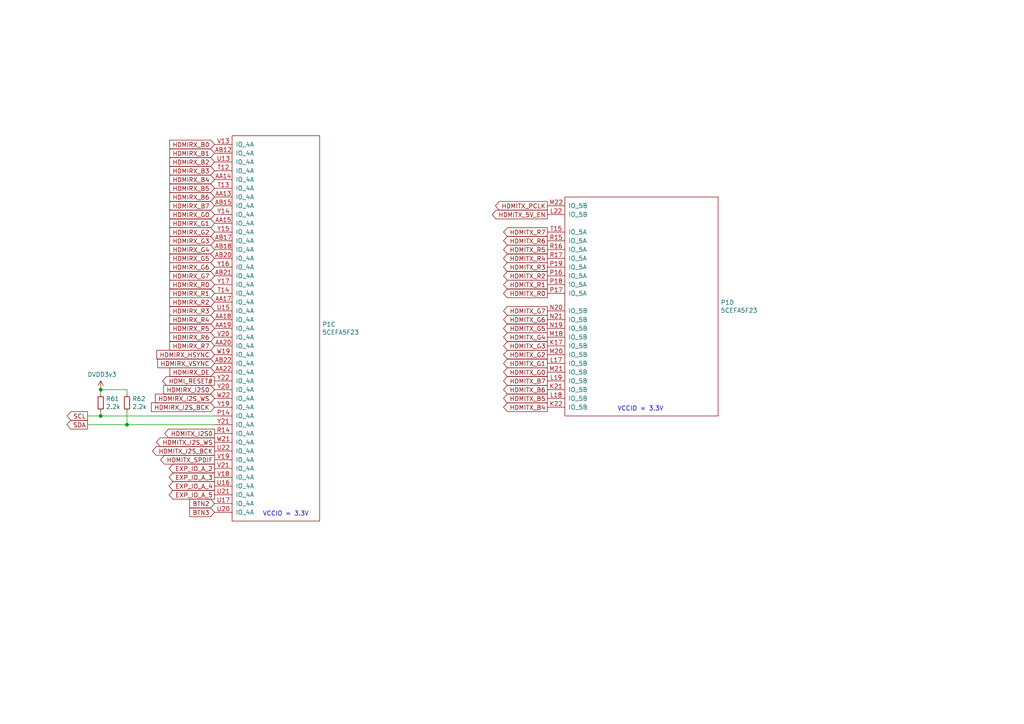
<source format=kicad_sch>
(kicad_sch (version 20250114) (generator "eeschema") (generator_version "9.0")
  (paper "A4")
  (title_block (title "OSSC Pro") (date "2024-05-26") (rev "1.6"))
  (lib_symbols
    (symbol "Device:R_Small" (pin_numbers (hide yes)) (pin_names (offset 0.254) (hide yes))
      (property "Reference" "R" (at 0.762 0.508 0))
      (property "Value" "R_Small" (at 0.762 -1.016 0))
      (symbol "R_Small_0_1"
        (rectangle (start -0.762 1.778) (end 0.762 -1.778) (stroke (width 0.2032)))
      )
      (symbol "R_Small_1_1"
        (pin passive line (at 0 2.54 270) (length 0.762) (name "~") (number "1"))
        (pin passive line (at 0 -2.54 90) (length 0.762) (name "~") (number "2"))
      )
    )
    (symbol "custom_components:5CEFA5F23" (pin_names (offset 1.016))
      (property "Reference" "P" (at 0 66.04 0))
      (property "Value" "5CEFA5F23" (at 0 0 0))
      (symbol "5CEFA5F23_1_1"
        (rectangle (start -25.4 64.77) (end 25.4 -60.96))
        (pin power_in line (at -30.48 62.23 0) (length 5.08) (name "VCC") (number "P15"))
        (pin power_in line (at -30.48 59.69 0) (length 5.08) (name "VCC") (number "P13"))
        (pin power_in line (at -30.48 57.15 0) (length 5.08) (name "VCC") (number "P11"))
        (pin power_in line (at -30.48 54.61 0) (length 5.08) (name "VCC") (number "N14"))
        (pin power_in line (at -30.48 52.07 0) (length 5.08) (name "VCC") (number "N12"))
        (pin power_in line (at -30.48 49.53 0) (length 5.08) (name "VCC") (number "N10"))
        (pin power_in line (at -30.48 46.99 0) (length 5.08) (name "VCC") (number "M15"))
        (pin power_in line (at -30.48 44.45 0) (length 5.08) (name "VCC") (number "M13"))
        (pin power_in line (at -30.48 41.91 0) (length 5.08) (name "VCC") (number "M11"))
        (pin power_in line (at -30.48 39.37 0) (length 5.08) (name "VCC") (number "L16"))
        (pin power_in line (at -30.48 36.83 0) (length 5.08) (name "VCC") (number "L14"))
        (pin power_in line (at -30.48 34.29 0) (length 5.08) (name "VCC") (number "L12"))
        (pin power_in line (at -30.48 31.75 0) (length 5.08) (name "VCC") (number "L10"))
        (pin power_in line (at -30.48 29.21 0) (length 5.08) (name "VCC") (number "K15"))
        (pin power_in line (at -30.48 26.67 0) (length 5.08) (name "VCC") (number "K13"))
        (pin power_in line (at -30.48 24.13 0) (length 5.08) (name "VCC") (number "K11"))
        (pin power_in line (at -30.48 21.59 0) (length 5.08) (name "VCC") (number "J16"))
        (pin power_in line (at -30.48 19.05 0) (length 5.08) (name "VCC") (number "J14"))
        (pin power_in line (at -30.48 16.51 0) (length 5.08) (name "VCC") (number "J12"))
        (pin power_in line (at -30.48 13.97 0) (length 5.08) (name "VCC") (number "J10"))
        (pin power_in line (at -30.48 11.43 0) (length 5.08) (name "VCC") (number "P3"))
        (pin power_in line (at -30.48 8.89 0) (length 5.08) (name "VCC") (number "K3"))
        (pin power_in line (at -30.48 6.35 0) (length 5.08) (name "VCC") (number "L4"))
        (pin power_in line (at -30.48 3.81 0) (length 5.08) (name "VCC") (number "N4"))
        (pin power_in line (at -30.48 1.27 0) (length 5.08) (name "VCC") (number "K5"))
        (pin power_in line (at -30.48 -1.27 0) (length 5.08) (name "VCC") (number "J4"))
        (pin power_in line (at -30.48 -6.35 0) (length 5.08) (name "VCCPGM") (number "V8"))
        (pin power_in line (at -30.48 -8.89 0) (length 5.08) (name "VCCPGM") (number "R19"))
        (pin power_in line (at -30.48 -11.43 0) (length 5.08) (name "VCCPGM") (number "F8"))
        (pin power_in line (at -30.48 -16.51 0) (length 5.08) (name "VCCBAT") (number "A3"))
        (pin power_in line (at -30.48 -26.67 0) (length 5.08) (name "VCCPD3A") (number "W6"))
        (pin power_in line (at -30.48 -29.21 0) (length 5.08) (name "VCCPD3B4A") (number "W17"))
        (pin power_in line (at -30.48 -31.75 0) (length 5.08) (name "VCCPD3B4A") (number "W14"))
        (pin power_in line (at -30.48 -34.29 0) (length 5.08) (name "VCCPD3B4A") (number "W12"))
        (pin power_in line (at -30.48 -36.83 0) (length 5.08) (name "VCCPD3B4A") (number "W11"))
        (pin power_in line (at -30.48 -39.37 0) (length 5.08) (name "VCCPD5A") (number "P21"))
        (pin power_in line (at -30.48 -41.91 0) (length 5.08) (name "VCCPD5B") (number "N18"))
        (pin power_in line (at -30.48 -44.45 0) (length 5.08) (name "VCCPD5B") (number "M17"))
        (pin power_in line (at -30.48 -46.99 0) (length 5.08) (name "VCCPD7A8A") (number "E11"))
        (pin power_in line (at -30.48 -49.53 0) (length 5.08) (name "VCCPD7A8A") (number "D16"))
        (pin power_in line (at -30.48 -52.07 0) (length 5.08) (name "VCCPD7A8A") (number "D14"))
        (pin power_in line (at -30.48 -54.61 0) (length 5.08) (name "VCCPD7A8A") (number "D8"))
        (pin power_in line (at -30.48 -57.15 0) (length 5.08) (name "VCCPD7A8A") (number "C10"))
        (pin power_in line (at 30.48 62.23 180) (length 5.08) (name "VCCIO8A") (number "C7"))
        (pin power_in line (at 30.48 59.69 180) (length 5.08) (name "VCCIO8A") (number "E8"))
        (pin power_in line (at 30.48 57.15 180) (length 5.08) (name "VCCIO8A") (number "G7"))
        (pin power_in line (at 30.48 54.61 180) (length 5.08) (name "VCCIO8A") (number "A6"))
        (pin power_in line (at 30.48 52.07 180) (length 5.08) (name "VCCIO7A") (number "A16"))
        (pin power_in line (at 30.48 49.53 180) (length 5.08) (name "VCCIO7A") (number "C12"))
        (pin power_in line (at 30.48 46.99 180) (length 5.08) (name "VCCIO7A") (number "C22"))
        (pin power_in line (at 30.48 44.45 180) (length 5.08) (name "VCCIO7A") (number "D15"))
        (pin power_in line (at 30.48 41.91 180) (length 5.08) (name "VCCIO7A") (number "E18"))
        (pin power_in line (at 30.48 39.37 180) (length 5.08) (name "VCCIO7A") (number "F11"))
        (pin power_in line (at 30.48 36.83 180) (length 5.08) (name "VCCIO7A") (number "F21"))
        (pin power_in line (at 30.48 34.29 180) (length 5.08) (name "VCCIO7A") (number "G14"))
        (pin power_in line (at 30.48 31.75 180) (length 5.08) (name "VCCIO7A") (number "H17"))
        (pin power_in line (at 30.48 29.21 180) (length 5.08) (name "VCCIO7A") (number "B19"))
        (pin power_in line (at 30.48 26.67 180) (length 5.08) (name "VCCIO5B") (number "K18"))
        (pin power_in line (at 30.48 24.13 180) (length 5.08) (name "VCCIO5B") (number "M19"))
        (pin power_in line (at 30.48 21.59 180) (length 5.08) (name "VCCIO5A") (number "P20"))
        (pin power_in line (at 30.48 19.05 180) (length 5.08) (name "VCCIO5A") (number "R18"))
        (pin power_in line (at 30.48 16.51 180) (length 5.08) (name "VCCIO4A") (number "U14"))
        (pin power_in line (at 30.48 13.97 180) (length 5.08) (name "VCCIO4A") (number "W15"))
        (pin power_in line (at 30.48 11.43 180) (length 5.08) (name "VCCIO4A") (number "W20"))
        (pin power_in line (at 30.48 8.89 180) (length 5.08) (name "VCCIO4A") (number "AA16"))
        (pin power_in line (at 30.48 6.35 180) (length 5.08) (name "VCCIO4A") (number "AA21"))
        (pin power_in line (at 30.48 3.81 180) (length 5.08) (name "VCCIO4A") (number "U19"))
        (pin power_in line (at 30.48 1.27 180) (length 5.08) (name "VCCIO3B") (number "R8"))
        (pin power_in line (at 30.48 -1.27 180) (length 5.08) (name "VCCIO3B") (number "T11"))
        (pin power_in line (at 30.48 -3.81 180) (length 5.08) (name "VCCIO3B") (number "W10"))
        (pin power_in line (at 30.48 -6.35 180) (length 5.08) (name "VCCIO3B") (number "Y13"))
        (pin power_in line (at 30.48 -8.89 180) (length 5.08) (name "VCCIO3A") (number "Y8"))
        (pin power_in line (at 30.48 -11.43 180) (length 5.08) (name "VCCIO3A") (number "T6"))
        (pin power_in line (at 30.48 -24.13 180) (length 5.08) (name "VCC_AUX") (number "D11"))
        (pin power_in line (at 30.48 -26.67 180) (length 5.08) (name "VCC_AUX") (number "W7"))
        (pin power_in line (at 30.48 -29.21 180) (length 5.08) (name "VCC_AUX") (number "W13"))
        (pin power_in line (at 30.48 -31.75 180) (length 5.08) (name "VCC_AUX") (number "W18"))
        (pin power_in line (at 30.48 -34.29 180) (length 5.08) (name "VCC_AUX") (number "D18"))
        (pin power_in line (at 30.48 -36.83 180) (length 5.08) (name "VCC_AUX") (number "E6"))
        (pin power_in line (at 30.48 -41.91 180) (length 5.08) (name "VCCA_FPLL") (number "T3"))
        (pin power_in line (at 30.48 -44.45 180) (length 5.08) (name "VCCA_FPLL") (number "M3"))
        (pin power_in line (at 30.48 -46.99 180) (length 5.08) (name "VCCA_FPLL") (number "H19"))
        (pin power_in line (at 30.48 -49.53 180) (length 5.08) (name "VCCA_FPLL") (number "U18"))
        (pin power_in line (at 30.48 -52.07 180) (length 5.08) (name "VCCA_FPLL") (number "F4"))
        (pin power_in line (at 30.48 -54.61 180) (length 5.08) (name "VCCA_FPLL") (number "T5"))
      )
      (symbol "5CEFA5F23_2_1"
        (rectangle (start -15.24 44.45) (end 13.97 -41.91))
        (pin tri_state line (at -20.32 41.91 0) (length 5.08) (name "IO_3B/CLK0N") (number "M8"))
        (pin tri_state line (at -20.32 39.37 0) (length 5.08) (name "IO_3B/CLK0P") (number "M9"))
        (pin tri_state line (at -20.32 36.83 0) (length 5.08) (name "IO_3B") (number "AB10"))
        (pin tri_state line (at -20.32 34.29 0) (length 5.08) (name "IO_3B") (number "AB11"))
        (pin tri_state line (at -20.32 29.21 0) (length 5.08) (name "IO_3A") (number "P7"))
        (pin tri_state line (at -20.32 24.13 0) (length 5.08) (name "IO_3B") (number "AB6"))
        (pin tri_state line (at -20.32 21.59 0) (length 5.08) (name "IO_3B") (number "V9"))
        (pin tri_state line (at -20.32 19.05 0) (length 5.08) (name "IO_3B") (number "AB5"))
        (pin tri_state line (at -20.32 16.51 0) (length 5.08) (name "IO_3B") (number "V10"))
        (pin tri_state line (at -20.32 13.97 0) (length 5.08) (name "IO_3B") (number "P8"))
        (pin tri_state line (at -20.32 11.43 0) (length 5.08) (name "IO_3B") (number "AA7"))
        (pin tri_state line (at -20.32 8.89 0) (length 5.08) (name "IO_3B") (number "N8"))
        (pin tri_state line (at -20.32 6.35 0) (length 5.08) (name "IO_3B") (number "AB7"))
        (pin tri_state line (at -20.32 3.81 0) (length 5.08) (name "IO_3B") (number "AA8"))
        (pin tri_state line (at -20.32 1.27 0) (length 5.08) (name "IO_3B") (number "T9"))
        (pin tri_state line (at -20.32 -1.27 0) (length 5.08) (name "IO_3B") (number "AB8"))
        (pin tri_state line (at -20.32 -3.81 0) (length 5.08) (name "IO_3B") (number "U10"))
        (pin tri_state line (at -20.32 -6.35 0) (length 5.08) (name "IO_3B") (number "AA10"))
        (pin tri_state line (at -20.32 -8.89 0) (length 5.08) (name "IO_3B") (number "AA9"))
        (pin tri_state line (at -20.32 -11.43 0) (length 5.08) (name "IO_3B") (number "Y10"))
        (pin tri_state line (at -20.32 -13.97 0) (length 5.08) (name "IO_3B") (number "T10"))
        (pin tri_state line (at -20.32 -16.51 0) (length 5.08) (name "IO_3B") (number "Y9"))
        (pin tri_state line (at -20.32 -19.05 0) (length 5.08) (name "IO_3B") (number "R9"))
        (pin tri_state line (at -20.32 -21.59 0) (length 5.08) (name "IO_3B") (number "U11"))
        (pin tri_state line (at -20.32 -24.13 0) (length 5.08) (name "IO_3B") (number "R12"))
        (pin tri_state line (at -20.32 -26.67 0) (length 5.08) (name "IO_3B") (number "U12"))
        (pin tri_state line (at -20.32 -29.21 0) (length 5.08) (name "IO_3B") (number "P12"))
        (pin tri_state line (at -20.32 -31.75 0) (length 5.08) (name "IO_3B") (number "R10"))
        (pin tri_state line (at -20.32 -34.29 0) (length 5.08) (name "IO_3B") (number "R11"))
        (pin tri_state line (at -20.32 -36.83 0) (length 5.08) (name "IO_3B") (number "Y11"))
        (pin tri_state line (at -20.32 -39.37 0) (length 5.08) (name "IO_3B") (number "AA12"))
      )
      (symbol "5CEFA5F23_3_1"
        (rectangle (start -13.97 57.15) (end 11.43 -54.61))
        (pin tri_state line (at -19.05 54.61 0) (length 5.08) (name "IO_4A") (number "V13"))
        (pin tri_state line (at -19.05 52.07 0) (length 5.08) (name "IO_4A") (number "AB12"))
        (pin tri_state line (at -19.05 49.53 0) (length 5.08) (name "IO_4A") (number "U13"))
        (pin tri_state line (at -19.05 46.99 0) (length 5.08) (name "IO_4A") (number "T12"))
        (pin tri_state line (at -19.05 44.45 0) (length 5.08) (name "IO_4A") (number "AA14"))
        (pin tri_state line (at -19.05 41.91 0) (length 5.08) (name "IO_4A") (number "T13"))
        (pin tri_state line (at -19.05 39.37 0) (length 5.08) (name "IO_4A") (number "AA13"))
        (pin tri_state line (at -19.05 36.83 0) (length 5.08) (name "IO_4A") (number "AB15"))
        (pin tri_state line (at -19.05 34.29 0) (length 5.08) (name "IO_4A") (number "Y14"))
        (pin tri_state line (at -19.05 31.75 0) (length 5.08) (name "IO_4A") (number "AA15"))
        (pin tri_state line (at -19.05 29.21 0) (length 5.08) (name "IO_4A") (number "Y15"))
        (pin tri_state line (at -19.05 26.67 0) (length 5.08) (name "IO_4A") (number "AB17"))
        (pin tri_state line (at -19.05 24.13 0) (length 5.08) (name "IO_4A") (number "AB18"))
        (pin tri_state line (at -19.05 21.59 0) (length 5.08) (name "IO_4A") (number "AB20"))
        (pin tri_state line (at -19.05 19.05 0) (length 5.08) (name "IO_4A") (number "Y16"))
        (pin tri_state line (at -19.05 16.51 0) (length 5.08) (name "IO_4A") (number "AB21"))
        (pin tri_state line (at -19.05 13.97 0) (length 5.08) (name "IO_4A") (number "Y17"))
        (pin tri_state line (at -19.05 11.43 0) (length 5.08) (name "IO_4A") (number "T14"))
        (pin tri_state line (at -19.05 8.89 0) (length 5.08) (name "IO_4A") (number "AA17"))
        (pin tri_state line (at -19.05 6.35 0) (length 5.08) (name "IO_4A") (number "U15"))
        (pin tri_state line (at -19.05 3.81 0) (length 5.08) (name "IO_4A") (number "AA18"))
        (pin tri_state line (at -19.05 1.27 0) (length 5.08) (name "IO_4A") (number "AA19"))
        (pin tri_state line (at -19.05 -1.27 0) (length 5.08) (name "IO_4A") (number "V20"))
        (pin tri_state line (at -19.05 -3.81 0) (length 5.08) (name "IO_4A") (number "AA20"))
        (pin tri_state line (at -19.05 -6.35 0) (length 5.08) (name "IO_4A") (number "W19"))
        (pin tri_state line (at -19.05 -8.89 0) (length 5.08) (name "IO_4A") (number "AB22"))
        (pin tri_state line (at -19.05 -11.43 0) (length 5.08) (name "IO_4A") (number "AA22"))
        (pin tri_state line (at -19.05 -13.97 0) (length 5.08) (name "IO_4A") (number "Y22"))
        (pin tri_state line (at -19.05 -16.51 0) (length 5.08) (name "IO_4A") (number "Y20"))
        (pin tri_state line (at -19.05 -19.05 0) (length 5.08) (name "IO_4A") (number "W22"))
        (pin tri_state line (at -19.05 -21.59 0) (length 5.08) (name "IO_4A") (number "Y19"))
        (pin tri_state line (at -19.05 -24.13 0) (length 5.08) (name "IO_4A") (number "P14"))
        (pin tri_state line (at -19.05 -26.67 0) (length 5.08) (name "IO_4A") (number "Y21"))
        (pin tri_state line (at -19.05 -29.21 0) (length 5.08) (name "IO_4A") (number "R14"))
        (pin tri_state line (at -19.05 -31.75 0) (length 5.08) (name "IO_4A") (number "W21"))
        (pin tri_state line (at -19.05 -34.29 0) (length 5.08) (name "IO_4A") (number "U22"))
        (pin tri_state line (at -19.05 -36.83 0) (length 5.08) (name "IO_4A") (number "V19"))
        (pin tri_state line (at -19.05 -39.37 0) (length 5.08) (name "IO_4A") (number "V21"))
        (pin tri_state line (at -19.05 -41.91 0) (length 5.08) (name "IO_4A") (number "V18"))
        (pin tri_state line (at -19.05 -44.45 0) (length 5.08) (name "IO_4A") (number "U16"))
        (pin tri_state line (at -19.05 -46.99 0) (length 5.08) (name "IO_4A") (number "U21"))
        (pin tri_state line (at -19.05 -49.53 0) (length 5.08) (name "IO_4A") (number "U17"))
        (pin tri_state line (at -19.05 -52.07 0) (length 5.08) (name "IO_4A") (number "U20"))
      )
      (symbol "5CEFA5F23_4_1"
        (rectangle (start -21.59 30.48) (end 22.86 -33.02))
        (pin tri_state line (at -26.67 27.94 0) (length 5.08) (name "IO_5B") (number "M22"))
        (pin tri_state line (at -26.67 25.4 0) (length 5.08) (name "IO_5B") (number "L22"))
        (pin tri_state line (at -26.67 20.32 0) (length 5.08) (name "IO_5A") (number "T15"))
        (pin tri_state line (at -26.67 17.78 0) (length 5.08) (name "IO_5A") (number "R15"))
        (pin tri_state line (at -26.67 15.24 0) (length 5.08) (name "IO_5A") (number "R16"))
        (pin tri_state line (at -26.67 12.7 0) (length 5.08) (name "IO_5A") (number "R17"))
        (pin tri_state line (at -26.67 10.16 0) (length 5.08) (name "IO_5A") (number "P19"))
        (pin tri_state line (at -26.67 7.62 0) (length 5.08) (name "IO_5A") (number "P16"))
        (pin tri_state line (at -26.67 5.08 0) (length 5.08) (name "IO_5A") (number "P18"))
        (pin tri_state line (at -26.67 2.54 0) (length 5.08) (name "IO_5A") (number "P17"))
        (pin tri_state line (at -26.67 -2.54 0) (length 5.08) (name "IO_5B") (number "N20"))
        (pin tri_state line (at -26.67 -5.08 0) (length 5.08) (name "IO_5B") (number "N21"))
        (pin tri_state line (at -26.67 -7.62 0) (length 5.08) (name "IO_5B") (number "N19"))
        (pin tri_state line (at -26.67 -10.16 0) (length 5.08) (name "IO_5B") (number "M18"))
        (pin tri_state line (at -26.67 -12.7 0) (length 5.08) (name "IO_5B") (number "K17"))
        (pin tri_state line (at -26.67 -15.24 0) (length 5.08) (name "IO_5B") (number "M20"))
        (pin tri_state line (at -26.67 -17.78 0) (length 5.08) (name "IO_5B") (number "L17"))
        (pin tri_state line (at -26.67 -20.32 0) (length 5.08) (name "IO_5B") (number "M21"))
        (pin tri_state line (at -26.67 -22.86 0) (length 5.08) (name "IO_5B") (number "L19"))
        (pin tri_state line (at -26.67 -25.4 0) (length 5.08) (name "IO_5B") (number "K21"))
        (pin tri_state line (at -26.67 -27.94 0) (length 5.08) (name "IO_5B") (number "L18"))
        (pin tri_state line (at -26.67 -30.48 0) (length 5.08) (name "IO_5B") (number "K22"))
      )
      (symbol "5CEFA5F23_5_1"
        (rectangle (start -24.13 48.26) (end 22.86 -50.8))
        (pin tri_state line (at -29.21 45.72 0) (length 5.08) (name "IO_7A") (number "H21"))
        (pin tri_state line (at -29.21 43.18 0) (length 5.08) (name "IO_7A") (number "E21"))
        (pin tri_state line (at -29.21 40.64 0) (length 5.08) (name "IO_7A") (number "G21"))
        (pin tri_state line (at -29.21 38.1 0) (length 5.08) (name "IO_7A") (number "D21"))
        (pin tri_state line (at -29.21 35.56 0) (length 5.08) (name "IO_7A") (number "E19"))
        (pin tri_state line (at -29.21 33.02 0) (length 5.08) (name "IO_7A") (number "C20"))
        (pin tri_state line (at -29.21 30.48 0) (length 5.08) (name "IO_7A") (number "D19"))
        (pin tri_state line (at -29.21 27.94 0) (length 5.08) (name "IO_7A") (number "B20"))
        (pin tri_state line (at -29.21 25.4 0) (length 5.08) (name "IO_7A") (number "J21"))
        (pin tri_state line (at -29.21 22.86 0) (length 5.08) (name "IO_7A") (number "B18"))
        (pin tri_state line (at -29.21 20.32 0) (length 5.08) (name "IO_7A") (number "J22"))
        (pin tri_state line (at -29.21 17.78 0) (length 5.08) (name "IO_7A") (number "B17"))
        (pin tri_state line (at -29.21 15.24 0) (length 5.08) (name "IO_7A") (number "C21"))
        (pin tri_state line (at -29.21 12.7 0) (length 5.08) (name "IO_7A") (number "G22"))
        (pin tri_state line (at -29.21 10.16 0) (length 5.08) (name "IO_7A") (number "B21"))
        (pin tri_state line (at -29.21 7.62 0) (length 5.08) (name "IO_7A") (number "F22"))
        (pin tri_state line (at -29.21 5.08 0) (length 5.08) (name "IO_7A") (number "G20"))
        (pin tri_state line (at -29.21 2.54 0) (length 5.08) (name "IO_7A") (number "E22"))
        (pin tri_state line (at -29.21 0 0) (length 5.08) (name "IO_7A") (number "H20"))
        (pin tri_state line (at -29.21 -2.54 0) (length 5.08) (name "IO_7A") (number "D22"))
        (pin tri_state line (at -29.21 -5.08 0) (length 5.08) (name "IO_7A") (number "C19"))
        (pin tri_state line (at -29.21 -7.62 0) (length 5.08) (name "IO_7A") (number "B22"))
        (pin tri_state line (at -29.21 -10.16 0) (length 5.08) (name "IO_7A") (number "C18"))
        (pin tri_state line (at -29.21 -12.7 0) (length 5.08) (name "IO_7A") (number "A22"))
        (pin tri_state line (at -29.21 -15.24 0) (length 5.08) (name "IO_7A") (number "F19"))
        (pin tri_state line (at -29.21 -17.78 0) (length 5.08) (name "IO_7A") (number "E20"))
        (pin tri_state line (at -29.21 -20.32 0) (length 5.08) (name "IO_7A") (number "F18"))
        (pin tri_state line (at -29.21 -22.86 0) (length 5.08) (name "IO_7A") (number "F20"))
        (pin tri_state line (at -29.21 -25.4 0) (length 5.08) (name "IO_7A") (number "A18"))
        (pin tri_state line (at -29.21 -27.94 0) (length 5.08) (name "IO_7A") (number "A20"))
        (pin tri_state line (at -29.21 -30.48 0) (length 5.08) (name "IO_7A") (number "A17"))
        (pin tri_state line (at -29.21 -33.02 0) (length 5.08) (name "IO_7A") (number "A19"))
        (pin tri_state line (at -29.21 -35.56 0) (length 5.08) (name "IO_7A") (number "K20"))
        (pin tri_state line (at -29.21 -38.1 0) (length 5.08) (name "IO_7A") (number "B16"))
        (pin tri_state line (at -29.21 -40.64 0) (length 5.08) (name "IO_7A") (number "K19"))
        (pin tri_state line (at -29.21 -43.18 0) (length 5.08) (name "IO_7A") (number "C16"))
        (pin tri_state line (at -29.21 -45.72 0) (length 5.08) (name "IO_7A") (number "D17"))
        (pin tri_state line (at -29.21 -48.26 0) (length 5.08) (name "IO_7A") (number "G17"))
        (pin tri_state line (at 27.94 45.72 180) (length 5.08) (name "IO_7A") (number "E12"))
        (pin tri_state line (at 27.94 43.18 180) (length 5.08) (name "IO_7A") (number "C11"))
        (pin tri_state line (at 27.94 40.64 180) (length 5.08) (name "IO_7A") (number "D12"))
        (pin tri_state line (at 27.94 38.1 180) (length 5.08) (name "IO_7A") (number "K9"))
        (pin tri_state line (at 27.94 35.56 180) (length 5.08) (name "IO_7A") (number "G12"))
        (pin tri_state line (at 27.94 33.02 180) (length 5.08) (name "IO_7A") (number "L8"))
        (pin tri_state line (at 27.94 30.48 180) (length 5.08) (name "IO_7A") (number "H11"))
        (pin tri_state line (at 27.94 27.94 180) (length 5.08) (name "IO_7A") (number "A12"))
        (pin tri_state line (at 27.94 25.4 180) (length 5.08) (name "IO_7A") (number "C13"))
        (pin tri_state line (at 27.94 22.86 180) (length 5.08) (name "IO_7A") (number "B12"))
        (pin tri_state line (at 27.94 20.32 180) (length 5.08) (name "IO_7A") (number "D13"))
        (pin tri_state line (at 27.94 17.78 180) (length 5.08) (name "IO_7A") (number "F12"))
        (pin tri_state line (at 27.94 15.24 180) (length 5.08) (name "IO_7A") (number "G11"))
        (pin tri_state line (at 27.94 12.7 180) (length 5.08) (name "IO_7A") (number "H10"))
        (pin tri_state line (at 27.94 10.16 180) (length 5.08) (name "IO_7A") (number "F13"))
        (pin tri_state line (at 27.94 7.62 180) (length 5.08) (name "IO_7A") (number "J11"))
        (pin tri_state line (at 27.94 5.08 180) (length 5.08) (name "IO_7A") (number "E14"))
        (pin tri_state line (at 27.94 2.54 180) (length 5.08) (name "IO_7A") (number "A13"))
        (pin tri_state line (at 27.94 0 180) (length 5.08) (name "IO_7A") (number "J13"))
        (pin tri_state line (at 27.94 -2.54 180) (length 5.08) (name "IO_7A") (number "B13"))
        (pin tri_state line (at 27.94 -5.08 180) (length 5.08) (name "IO_7A") (number "H14"))
        (pin tri_state line (at 27.94 -7.62 180) (length 5.08) (name "IO_7A") (number "F14"))
        (pin tri_state line (at 27.94 -10.16 180) (length 5.08) (name "IO_7A") (number "B15"))
        (pin tri_state line (at 27.94 -12.7 180) (length 5.08) (name "IO_7A") (number "G15"))
        (pin tri_state line (at 27.94 -15.24 180) (length 5.08) (name "IO_7A") (number "C15"))
        (pin tri_state line (at 27.94 -17.78 180) (length 5.08) (name "IO_7A") (number "K16"))
        (pin tri_state line (at 27.94 -20.32 180) (length 5.08) (name "IO_7A") (number "J17"))
        (pin tri_state line (at 27.94 -22.86 180) (length 5.08) (name "IO_7A") (number "A14"))
        (pin tri_state line (at 27.94 -25.4 180) (length 5.08) (name "IO_7A") (number "F15"))
        (pin tri_state line (at 27.94 -27.94 180) (length 5.08) (name "IO_7A") (number "A15"))
        (pin tri_state line (at 27.94 -30.48 180) (length 5.08) (name "IO_7A") (number "E15"))
        (pin tri_state line (at 27.94 -33.02 180) (length 5.08) (name "IO_7A") (number "J18"))
        (pin tri_state line (at 27.94 -35.56 180) (length 5.08) (name "IO_7A") (number "H18"))
        (pin tri_state line (at 27.94 -38.1 180) (length 5.08) (name "IO_7A") (number "J19"))
        (pin tri_state line (at 27.94 -40.64 180) (length 5.08) (name "IO_7A") (number "G18"))
        (pin tri_state line (at 27.94 -43.18 180) (length 5.08) (name "IO_7A") (number "G16"))
        (pin tri_state line (at 27.94 -45.72 180) (length 5.08) (name "IO_7A") (number "E16"))
      )
      (symbol "5CEFA5F23_6_1"
        (rectangle (start -20.32 24.13) (end 20.32 -24.13))
        (pin tri_state line (at -25.4 21.59 0) (length 5.08) (name "IO_8A") (number "H8"))
        (pin tri_state line (at -25.4 19.05 0) (length 5.08) (name "IO_8A") (number "G8"))
        (pin tri_state line (at -25.4 16.51 0) (length 5.08) (name "IO_8A/CLK8P") (number "E10"))
        (pin tri_state line (at -25.4 13.97 0) (length 5.08) (name "IO_8A/CLK8N") (number "F9"))
        (pin tri_state line (at -25.4 8.89 0) (length 5.08) (name "IO_8A") (number "L7"))
        (pin tri_state line (at -25.4 6.35 0) (length 5.08) (name "IO_8A") (number "K7"))
        (pin tri_state line (at -25.4 3.81 0) (length 5.08) (name "IO_8A") (number "J7"))
        (pin tri_state line (at -25.4 1.27 0) (length 5.08) (name "IO_8A") (number "J8"))
        (pin tri_state line (at -25.4 -1.27 0) (length 5.08) (name "IO_8A") (number "J9"))
        (pin tri_state line (at -25.4 -3.81 0) (length 5.08) (name "IO_8A") (number "A10"))
        (pin tri_state line (at -25.4 -6.35 0) (length 5.08) (name "IO_8A") (number "H9"))
        (pin tri_state line (at -25.4 -8.89 0) (length 5.08) (name "IO_8A") (number "A9"))
        (pin tri_state line (at -25.4 -11.43 0) (length 5.08) (name "IO_8A") (number "B10"))
        (pin tri_state line (at -25.4 -13.97 0) (length 5.08) (name "IO_8A") (number "A5"))
        (pin tri_state line (at -25.4 -16.51 0) (length 5.08) (name "IO_8A") (number "C9"))
        (pin tri_state line (at -25.4 -19.05 0) (length 5.08) (name "IO_8A") (number "B5"))
        (pin tri_state line (at -25.4 -21.59 0) (length 5.08) (name "IO_8A") (number "B6"))
        (pin tri_state line (at 25.4 8.89 180) (length 5.08) (name "IO_8A") (number "E7"))
        (pin tri_state line (at 25.4 6.35 180) (length 5.08) (name "IO_8A") (number "H6"))
        (pin tri_state line (at 25.4 3.81 180) (length 5.08) (name "IO_8A") (number "F7"))
        (pin tri_state line (at 25.4 1.27 180) (length 5.08) (name "IO_8A") (number "G6"))
        (pin tri_state line (at 25.4 -1.27 180) (length 5.08) (name "IO_8A") (number "C8"))
        (pin tri_state line (at 25.4 -3.81 180) (length 5.08) (name "IO_8A") (number "D9"))
        (pin tri_state line (at 25.4 -6.35 180) (length 5.08) (name "IO_8A") (number "D7"))
        (pin tri_state line (at 25.4 -8.89 180) (length 5.08) (name "IO_8A") (number "E9"))
        (pin tri_state line (at 25.4 -11.43 180) (length 5.08) (name "IO_8A") (number "D6"))
        (pin tri_state line (at 25.4 -13.97 180) (length 5.08) (name "IO_8A") (number "A7"))
        (pin tri_state line (at 25.4 -16.51 180) (length 5.08) (name "IO_8A") (number "C6"))
        (pin tri_state line (at 25.4 -19.05 180) (length 5.08) (name "IO_8A") (number "A8"))
        (pin tri_state line (at 25.4 -21.59 180) (length 5.08) (name "IO_8A") (number "B7"))
      )
      (symbol "5CEFA5F23_7_1"
        (rectangle (start -13.97 33.02) (end 13.97 -35.56))
        (pin tri_state line (at -19.05 30.48 0) (length 5.08) (name "CLK1N") (number "P9"))
        (pin tri_state line (at -19.05 27.94 0) (length 5.08) (name "CLK1P") (number "N9"))
        (pin tri_state line (at -19.05 25.4 0) (length 5.08) (name "CLK2N") (number "V14"))
        (pin tri_state line (at -19.05 22.86 0) (length 5.08) (name "CLK2P") (number "V15"))
        (pin tri_state line (at -19.05 20.32 0) (length 5.08) (name "CLK3N") (number "V16"))
        (pin tri_state line (at -19.05 17.78 0) (length 5.08) (name "CLK3P") (number "W16"))
        (pin tri_state line (at -19.05 15.24 0) (length 5.08) (name "CLK6P") (number "N16"))
        (pin tri_state line (at -19.05 12.7 0) (length 5.08) (name "CLK6N") (number "M16"))
        (pin tri_state line (at -19.05 10.16 0) (length 5.08) (name "CLK11P") (number "H16"))
        (pin tri_state line (at -19.05 7.62 0) (length 5.08) (name "CLK11N") (number "H15"))
        (pin tri_state line (at -19.05 5.08 0) (length 5.08) (name "CLK10P") (number "H13"))
        (pin tri_state line (at -19.05 2.54 0) (length 5.08) (name "CLK10N") (number "G13"))
        (pin tri_state line (at -19.05 0 0) (length 5.08) (name "CLK9P") (number "G10"))
        (pin tri_state line (at -19.05 -2.54 0) (length 5.08) (name "CLK9N") (number "F10"))
        (pin tri_state line (at -19.05 -7.62 0) (length 5.08) (name "RZQ0") (number "AB13"))
        (pin tri_state line (at -19.05 -10.16 0) (length 5.08) (name "RZQ1") (number "T19"))
        (pin tri_state line (at -19.05 -12.7 0) (length 5.08) (name "RZQ2") (number "B11"))
        (pin power_in line (at -19.05 -17.78 0) (length 5.08) (name "VREFB3AN0") (number "Y7"))
        (pin power_in line (at -19.05 -20.32 0) (length 5.08) (name "VREFB3BN0") (number "Y12"))
        (pin power_in line (at -19.05 -22.86 0) (length 5.08) (name "VREFB4AN0") (number "AB16"))
        (pin power_in line (at -19.05 -25.4 0) (length 5.08) (name "VREFB5AN0") (number "R20"))
        (pin power_in line (at -19.05 -27.94 0) (length 5.08) (name "VREFB5BN0") (number "L20"))
        (pin power_in line (at -19.05 -30.48 0) (length 5.08) (name "VREFB7AN0") (number "C14"))
        (pin power_in line (at -19.05 -33.02 0) (length 5.08) (name "VREFB8AN0") (number "B8"))
      )
      (symbol "5CEFA5F23_8_1"
        (rectangle (start -15.24 58.42) (end 16.51 -58.42))
        (pin output line (at -20.32 55.88 0) (length 5.08) (name "NCSO") (number "R4"))
        (pin tri_state line (at -20.32 53.34 0) (length 5.08) (name "AS_DATA3") (number "T4"))
        (pin tri_state line (at -20.32 50.8 0) (length 5.08) (name "AS_DATA2") (number "AA5"))
        (pin tri_state line (at -20.32 48.26 0) (length 5.08) (name "AS_DATA1") (number "AB3"))
        (pin tri_state line (at -20.32 45.72 0) (length 5.08) (name "AS_DATA0") (number "AB4"))
        (pin tri_state line (at -20.32 40.64 0) (length 5.08) (name "IO_3A") (number "R6"))
        (pin tri_state line (at -20.32 38.1 0) (length 5.08) (name "IO_3A") (number "U7"))
        (pin tri_state line (at -20.32 35.56 0) (length 5.08) (name "IO_3A") (number "R5"))
        (pin tri_state line (at -20.32 33.02 0) (length 5.08) (name "IO_3A") (number "U8"))
        (pin tri_state line (at -20.32 30.48 0) (length 5.08) (name "IO_3A") (number "P6"))
        (pin tri_state line (at -20.32 27.94 0) (length 5.08) (name "IO_3A") (number "W8"))
        (pin tri_state line (at -20.32 25.4 0) (length 5.08) (name "IO_3A") (number "N6"))
        (pin tri_state line (at -20.32 22.86 0) (length 5.08) (name "IO_3A") (number "W9"))
        (pin tri_state line (at -20.32 20.32 0) (length 5.08) (name "IO_3A") (number "T7"))
        (pin tri_state line (at -20.32 17.78 0) (length 5.08) (name "IO_3A") (number "U6"))
        (pin tri_state line (at -20.32 15.24 0) (length 5.08) (name "IO_3A") (number "V6"))
        (pin tri_state line (at -20.32 10.16 0) (length 5.08) (name "IO_3A") (number "T8"))
        (pin tri_state line (at -20.32 7.62 0) (length 5.08) (name "IO_3A") (number "M6"))
        (pin tri_state line (at -20.32 5.08 0) (length 5.08) (name "IO_3A") (number "R7"))
        (pin tri_state line (at -20.32 2.54 0) (length 5.08) (name "IO_3A") (number "M7"))
        (pin tri_state line (at -20.32 0 0) (length 5.08) (name "IO_5A") (number "T18"))
        (pin tri_state line (at -20.32 -2.54 0) (length 5.08) (name "IO_5A") (number "T20"))
        (pin tri_state line (at -20.32 -5.08 0) (length 5.08) (name "IO_5A") (number "T17"))
        (pin tri_state line (at -20.32 -7.62 0) (length 5.08) (name "IO_5A") (number "T22"))
        (pin tri_state line (at -20.32 -10.16 0) (length 5.08) (name "IO_5A") (number "R22"))
        (pin tri_state line (at -20.32 -12.7 0) (length 5.08) (name "IO_5A") (number "R21"))
        (pin tri_state line (at -20.32 -15.24 0) (length 5.08) (name "IO_5A") (number "P22"))
        (pin output line (at -20.32 -20.32 0) (length 5.08) (name "TDO") (number "M5"))
        (pin input line (at -20.32 -22.86 0) (length 5.08) (name "TMS") (number "P5"))
        (pin input line (at -20.32 -25.4 0) (length 5.08) (name "TCK") (number "V5"))
        (pin input line (at -20.32 -27.94 0) (length 5.08) (name "TDI") (number "W5"))
        (pin output line (at -20.32 -30.48 0) (length 5.08) (name "DCLK") (number "V3"))
        (pin tri_state line (at -20.32 -33.02 0) (length 5.08) (name "CONF_DONE") (number "K6"))
        (pin tri_state line (at -20.32 -35.56 0) (length 5.08) (name "NSTATUS") (number "H5"))
        (pin input line (at -20.32 -38.1 0) (length 5.08) (name "NCE") (number "G5"))
        (pin input line (at -20.32 -40.64 0) (length 5.08) (name "NCONFIG") (number "A4"))
        (pin input line (at -20.32 -45.72 0) (length 5.08) (name "MSEL0") (number "L6"))
        (pin input line (at -20.32 -48.26 0) (length 5.08) (name "MSEL1") (number "J6"))
        (pin input line (at -20.32 -50.8 0) (length 5.08) (name "MSEL2") (number "A2"))
        (pin input line (at -20.32 -53.34 0) (length 5.08) (name "MSEL3") (number "E5"))
        (pin input line (at -20.32 -55.88 0) (length 5.08) (name "MSEL4") (number "F3"))
      )
      (symbol "5CEFA5F23_9_1"
        (rectangle (start -17.78 43.18) (end 17.78 -43.18))
        (pin no_connect line (at -22.86 40.64 0) (length 5.08) (name "NC") (number "AA1"))
        (pin no_connect line (at -22.86 38.1 0) (length 5.08) (name "NC") (number "AA2"))
        (pin no_connect line (at -22.86 35.56 0) (length 5.08) (name "NC") (number "C1"))
        (pin no_connect line (at -22.86 33.02 0) (length 5.08) (name "NC") (number "C2"))
        (pin no_connect line (at -22.86 30.48 0) (length 5.08) (name "NC") (number "D3"))
        (pin no_connect line (at -22.86 27.94 0) (length 5.08) (name "NC") (number "D4"))
        (pin no_connect line (at -22.86 25.4 0) (length 5.08) (name "NC") (number "E1"))
        (pin no_connect line (at -22.86 22.86 0) (length 5.08) (name "NC") (number "E2"))
        (pin no_connect line (at -22.86 20.32 0) (length 5.08) (name "NC") (number "G1"))
        (pin no_connect line (at -22.86 17.78 0) (length 5.08) (name "NC") (number "G2"))
        (pin no_connect line (at -22.86 15.24 0) (length 5.08) (name "NC") (number "J1"))
        (pin no_connect line (at -22.86 12.7 0) (length 5.08) (name "NC") (number "J2"))
        (pin no_connect line (at -22.86 10.16 0) (length 5.08) (name "NC") (number "L1"))
        (pin no_connect line (at -22.86 7.62 0) (length 5.08) (name "NC") (number "L2"))
        (pin no_connect line (at -22.86 5.08 0) (length 5.08) (name "NC") (number "N1"))
        (pin no_connect line (at -22.86 2.54 0) (length 5.08) (name "NC") (number "N2"))
        (pin no_connect line (at -22.86 0 0) (length 5.08) (name "NC") (number "R1"))
        (pin no_connect line (at -22.86 -2.54 0) (length 5.08) (name "NC") (number "R2"))
        (pin no_connect line (at -22.86 -5.08 0) (length 5.08) (name "NC") (number "U1"))
        (pin no_connect line (at -22.86 -7.62 0) (length 5.08) (name "NC") (number "U2"))
        (pin no_connect line (at -22.86 -10.16 0) (length 5.08) (name "NC") (number "V11"))
        (pin no_connect line (at -22.86 -12.7 0) (length 5.08) (name "NC") (number "W1"))
        (pin no_connect line (at -22.86 -15.24 0) (length 5.08) (name "NC") (number "W2"))
        (pin no_connect line (at -22.86 -17.78 0) (length 5.08) (name "NC") (number "Y3"))
        (pin no_connect line (at -22.86 -20.32 0) (length 5.08) (name "NC") (number "Y4"))
        (pin no_connect line (at -22.86 -22.86 0) (length 5.08) (name "NC") (number "Y6"))
        (pin no_connect line (at -22.86 -27.94 0) (length 5.08) (name "DNU") (number "B3"))
        (pin no_connect line (at -22.86 -30.48 0) (length 5.08) (name "DNU") (number "B4"))
        (pin no_connect line (at -22.86 -33.02 0) (length 5.08) (name "DNU") (number "E17"))
        (pin no_connect line (at -22.86 -35.56 0) (length 5.08) (name "DNU") (number "L9"))
        (pin input line (at -22.86 -40.64 0) (length 5.08) (name "RREF_TL") (number "A1"))
      )
      (symbol "5CEFA5F23_10_1"
        (rectangle (start -21.59 64.77) (end 22.86 -67.31))
        (pin power_in line (at -26.67 62.23 0) (length 5.08) (name "GND") (number "A11"))
        (pin power_in line (at -26.67 59.69 0) (length 5.08) (name "GND") (number "A21"))
        (pin power_in line (at -26.67 57.15 0) (length 5.08) (name "GND") (number "AA11"))
        (pin power_in line (at -26.67 54.61 0) (length 5.08) (name "GND") (number "AA3"))
        (pin power_in line (at -26.67 52.07 0) (length 5.08) (name "GND") (number "AA4"))
        (pin power_in line (at -26.67 49.53 0) (length 5.08) (name "GND") (number "AA6"))
        (pin power_in line (at -26.67 46.99 0) (length 5.08) (name "GND") (number "AB1"))
        (pin power_in line (at -26.67 44.45 0) (length 5.08) (name "GND") (number "AB14"))
        (pin power_in line (at -26.67 41.91 0) (length 5.08) (name "GND") (number "AB19"))
        (pin power_in line (at -26.67 39.37 0) (length 5.08) (name "GND") (number "AB2"))
        (pin power_in line (at -26.67 36.83 0) (length 5.08) (name "GND") (number "AB9"))
        (pin power_in line (at -26.67 34.29 0) (length 5.08) (name "GND") (number "B1"))
        (pin power_in line (at -26.67 31.75 0) (length 5.08) (name "GND") (number "B14"))
        (pin power_in line (at -26.67 29.21 0) (length 5.08) (name "GND") (number "B2"))
        (pin power_in line (at -26.67 26.67 0) (length 5.08) (name "GND") (number "B9"))
        (pin power_in line (at -26.67 24.13 0) (length 5.08) (name "GND") (number "C17"))
        (pin power_in line (at -26.67 21.59 0) (length 5.08) (name "GND") (number "C3"))
        (pin power_in line (at -26.67 19.05 0) (length 5.08) (name "GND") (number "C4"))
        (pin power_in line (at -26.67 16.51 0) (length 5.08) (name "GND") (number "C5"))
        (pin power_in line (at -26.67 13.97 0) (length 5.08) (name "GND") (number "D1"))
        (pin power_in line (at -26.67 11.43 0) (length 5.08) (name "GND") (number "D10"))
        (pin power_in line (at -26.67 8.89 0) (length 5.08) (name "GND") (number "D2"))
        (pin power_in line (at -26.67 6.35 0) (length 5.08) (name "GND") (number "D20"))
        (pin power_in line (at -26.67 3.81 0) (length 5.08) (name "GND") (number "D5"))
        (pin power_in line (at -26.67 1.27 0) (length 5.08) (name "GND") (number "E13"))
        (pin power_in line (at -26.67 -1.27 0) (length 5.08) (name "GND") (number "E3"))
        (pin power_in line (at -26.67 -3.81 0) (length 5.08) (name "GND") (number "E4"))
        (pin power_in line (at -26.67 -6.35 0) (length 5.08) (name "GND") (number "F1"))
        (pin power_in line (at -26.67 -8.89 0) (length 5.08) (name "GND") (number "F16"))
        (pin power_in line (at -26.67 -11.43 0) (length 5.08) (name "GND") (number "F17"))
        (pin power_in line (at -26.67 -13.97 0) (length 5.08) (name "GND") (number "F2"))
        (pin power_in line (at -26.67 -16.51 0) (length 5.08) (name "GND") (number "F5"))
        (pin power_in line (at -26.67 -19.05 0) (length 5.08) (name "GND") (number "F6"))
        (pin power_in line (at -26.67 -21.59 0) (length 5.08) (name "GND") (number "G19"))
        (pin power_in line (at -26.67 -24.13 0) (length 5.08) (name "GND") (number "G3"))
        (pin power_in line (at -26.67 -26.67 0) (length 5.08) (name "GND") (number "G4"))
        (pin power_in line (at -26.67 -29.21 0) (length 5.08) (name "GND") (number "G9"))
        (pin power_in line (at -26.67 -31.75 0) (length 5.08) (name "GND") (number "H1"))
        (pin power_in line (at -26.67 -34.29 0) (length 5.08) (name "GND") (number "H12"))
        (pin power_in line (at -26.67 -36.83 0) (length 5.08) (name "GND") (number "H2"))
        (pin power_in line (at -26.67 -39.37 0) (length 5.08) (name "GND") (number "H22"))
        (pin power_in line (at -26.67 -41.91 0) (length 5.08) (name "GND") (number "H3"))
        (pin power_in line (at -26.67 -44.45 0) (length 5.08) (name "GND") (number "H4"))
        (pin power_in line (at -26.67 -46.99 0) (length 5.08) (name "GND") (number "H7"))
        (pin power_in line (at -26.67 -49.53 0) (length 5.08) (name "GND") (number "J15"))
        (pin power_in line (at -26.67 -52.07 0) (length 5.08) (name "GND") (number "J20"))
        (pin power_in line (at -26.67 -54.61 0) (length 5.08) (name "GND") (number "J3"))
        (pin power_in line (at -26.67 -57.15 0) (length 5.08) (name "GND") (number "J5"))
        (pin power_in line (at -26.67 -59.69 0) (length 5.08) (name "GND") (number "K1"))
        (pin power_in line (at -26.67 -62.23 0) (length 5.08) (name "GND") (number "K10"))
        (pin power_in line (at -26.67 -64.77 0) (length 5.08) (name "GND") (number "K12"))
        (pin power_in line (at 27.94 62.23 180) (length 5.08) (name "GND") (number "Y5"))
        (pin power_in line (at 27.94 59.69 180) (length 5.08) (name "GND") (number "Y2"))
        (pin power_in line (at 27.94 57.15 180) (length 5.08) (name "GND") (number "Y18"))
        (pin power_in line (at 27.94 54.61 180) (length 5.08) (name "GND") (number "Y1"))
        (pin power_in line (at 27.94 52.07 180) (length 5.08) (name "GND") (number "W4"))
        (pin power_in line (at 27.94 49.53 180) (length 5.08) (name "GND") (number "W3"))
        (pin power_in line (at 27.94 46.99 180) (length 5.08) (name "GND") (number "V7"))
        (pin power_in line (at 27.94 44.45 180) (length 5.08) (name "GND") (number "V4"))
        (pin power_in line (at 27.94 41.91 180) (length 5.08) (name "GND") (number "V22"))
        (pin power_in line (at 27.94 39.37 180) (length 5.08) (name "GND") (number "V2"))
        (pin power_in line (at 27.94 36.83 180) (length 5.08) (name "GND") (number "V17"))
        (pin power_in line (at 27.94 34.29 180) (length 5.08) (name "GND") (number "V12"))
        (pin power_in line (at 27.94 31.75 180) (length 5.08) (name "GND") (number "V1"))
        (pin power_in line (at 27.94 29.21 180) (length 5.08) (name "GND") (number "U9"))
        (pin power_in line (at 27.94 26.67 180) (length 5.08) (name "GND") (number "U5"))
        (pin power_in line (at 27.94 24.13 180) (length 5.08) (name "GND") (number "U4"))
        (pin power_in line (at 27.94 21.59 180) (length 5.08) (name "GND") (number "U3"))
        (pin power_in line (at 27.94 19.05 180) (length 5.08) (name "GND") (number "T21"))
        (pin power_in line (at 27.94 16.51 180) (length 5.08) (name "GND") (number "T2"))
        (pin power_in line (at 27.94 13.97 180) (length 5.08) (name "GND") (number "T16"))
        (pin power_in line (at 27.94 11.43 180) (length 5.08) (name "GND") (number "T1"))
        (pin power_in line (at 27.94 8.89 180) (length 5.08) (name "GND") (number "R3"))
        (pin power_in line (at 27.94 6.35 180) (length 5.08) (name "GND") (number "R13"))
        (pin power_in line (at 27.94 3.81 180) (length 5.08) (name "GND") (number "P4"))
        (pin power_in line (at 27.94 1.27 180) (length 5.08) (name "GND") (number "P2"))
        (pin power_in line (at 27.94 -1.27 180) (length 5.08) (name "GND") (number "P10"))
        (pin power_in line (at 27.94 -3.81 180) (length 5.08) (name "GND") (number "P1"))
        (pin power_in line (at 27.94 -6.35 180) (length 5.08) (name "GND") (number "N7"))
        (pin power_in line (at 27.94 -8.89 180) (length 5.08) (name "GND") (number "N5"))
        (pin power_in line (at 27.94 -11.43 180) (length 5.08) (name "GND") (number "N3"))
        (pin power_in line (at 27.94 -13.97 180) (length 5.08) (name "GND") (number "N22"))
        (pin power_in line (at 27.94 -16.51 180) (length 5.08) (name "GND") (number "N17"))
        (pin power_in line (at 27.94 -19.05 180) (length 5.08) (name "GND") (number "N15"))
        (pin power_in line (at 27.94 -21.59 180) (length 5.08) (name "GND") (number "N13"))
        (pin power_in line (at 27.94 -24.13 180) (length 5.08) (name "GND") (number "N11"))
        (pin power_in line (at 27.94 -26.67 180) (length 5.08) (name "GND") (number "M4"))
        (pin power_in line (at 27.94 -29.21 180) (length 5.08) (name "GND") (number "M2"))
        (pin power_in line (at 27.94 -31.75 180) (length 5.08) (name "GND") (number "M14"))
        (pin power_in line (at 27.94 -34.29 180) (length 5.08) (name "GND") (number "M12"))
        (pin power_in line (at 27.94 -36.83 180) (length 5.08) (name "GND") (number "M10"))
        (pin power_in line (at 27.94 -39.37 180) (length 5.08) (name "GND") (number "M1"))
        (pin power_in line (at 27.94 -41.91 180) (length 5.08) (name "GND") (number "L5"))
        (pin power_in line (at 27.94 -44.45 180) (length 5.08) (name "GND") (number "L3"))
        (pin power_in line (at 27.94 -46.99 180) (length 5.08) (name "GND") (number "L21"))
        (pin power_in line (at 27.94 -49.53 180) (length 5.08) (name "GND") (number "L15"))
        (pin power_in line (at 27.94 -52.07 180) (length 5.08) (name "GND") (number "L13"))
        (pin power_in line (at 27.94 -54.61 180) (length 5.08) (name "GND") (number "L11"))
        (pin power_in line (at 27.94 -57.15 180) (length 5.08) (name "GND") (number "K8"))
        (pin power_in line (at 27.94 -59.69 180) (length 5.08) (name "GND") (number "K4"))
        (pin power_in line (at 27.94 -62.23 180) (length 5.08) (name "GND") (number "K2"))
        (pin power_in line (at 27.94 -64.77 180) (length 5.08) (name "GND") (number "K14"))
      )
    )
    (symbol "custom_components:DVDD3v3" (power) (pin_names (offset 0))
      (property "Value" "DVDD3v3" (at 0 3.556 0))
      (symbol "DVDD3v3_0_1"
        (polyline (pts (xy -0.762 1.27) (xy 0 2.54)))
        (polyline (pts (xy 0 2.54) (xy 0.762 1.27)))
        (polyline (pts (xy 0 0) (xy 0 2.54)))
      )
      (symbol "DVDD3v3_1_1"
        (pin power_in line (at 0 0 90) (length 0) (hide yes) (name "DVDD3v3") (number "1"))
      )
    )
  )
  (text "VCCIO = 3.3V" (at 76.2 149.86 0) (effects (font (size 1.27 1.27)) (justify left bottom)))
  (text "VCCIO = 3.3V" (at 179.07 119.38 0) (effects (font (size 1.27 1.27)) (justify left bottom)))
  (junction (at 29.21 120.65))
  (junction (at 36.83 123.19))
  (junction (at 29.21 113.03))
  (wire (pts (xy 36.83 123.19) (xy 25.4 123.19)))
  (wire (pts (xy 29.21 114.3) (xy 29.21 113.03)))
  (wire (pts (xy 25.4 120.65) (xy 29.21 120.65)))
  (wire (pts (xy 29.21 119.38) (xy 29.21 120.65)))
  (wire (pts (xy 36.83 113.03) (xy 36.83 114.3)))
  (wire (pts (xy 29.21 113.03) (xy 36.83 113.03)))
  (wire (pts (xy 29.21 120.65) (xy 62.23 120.65)))
  (wire (pts (xy 62.23 123.19) (xy 36.83 123.19)))
  (wire (pts (xy 36.83 119.38) (xy 36.83 123.19)))
  (global_label "HDMI_RESET#" (shape output) (at 62.23 110.49 180) (property "Intersheetrefs" "${INTERSHEET_REFS}" (effects (hide yes))))
  (global_label "HDMITX_G7" (shape output) (at 158.75 90.17 180) (property "Intersheetrefs" "${INTERSHEET_REFS}" (effects (hide yes))))
  (global_label "HDMIRX_I2S0" (shape input) (at 62.23 113.03 180) (property "Intersheetrefs" "${INTERSHEET_REFS}" (effects (hide yes))))
  (global_label "HDMIRX_B5" (shape input) (at 62.23 54.61 180) (property "Intersheetrefs" "${INTERSHEET_REFS}" (effects (hide yes))))
  (global_label "HDMIRX_R5" (shape input) (at 62.23 95.25 180) (property "Intersheetrefs" "${INTERSHEET_REFS}" (effects (hide yes))))
  (global_label "BTN3" (shape input) (at 62.23 148.59 180) (property "Intersheetrefs" "${INTERSHEET_REFS}" (effects (hide yes))))
  (global_label "HDMITX_R6" (shape output) (at 158.75 69.85 180) (property "Intersheetrefs" "${INTERSHEET_REFS}" (effects (hide yes))))
  (global_label "HDMITX_G6" (shape output) (at 158.75 92.71 180) (property "Intersheetrefs" "${INTERSHEET_REFS}" (effects (hide yes))))
  (global_label "HDMITX_G5" (shape output) (at 158.75 95.25 180) (property "Intersheetrefs" "${INTERSHEET_REFS}" (effects (hide yes))))
  (global_label "HDMIRX_G0" (shape input) (at 62.23 62.23 180) (property "Intersheetrefs" "${INTERSHEET_REFS}" (effects (hide yes))))
  (global_label "HDMIRX_G2" (shape input) (at 62.23 67.31 180) (property "Intersheetrefs" "${INTERSHEET_REFS}" (effects (hide yes))))
  (global_label "HDMIRX_B6" (shape input) (at 62.23 57.15 180) (property "Intersheetrefs" "${INTERSHEET_REFS}" (effects (hide yes))))
  (global_label "HDMITX_G3" (shape output) (at 158.75 100.33 180) (property "Intersheetrefs" "${INTERSHEET_REFS}" (effects (hide yes))))
  (global_label "HDMIRX_I2S_WS" (shape input) (at 62.23 115.57 180) (property "Intersheetrefs" "${INTERSHEET_REFS}" (effects (hide yes))))
  (global_label "HDMITX_R0" (shape output) (at 158.75 85.09 180) (property "Intersheetrefs" "${INTERSHEET_REFS}" (effects (hide yes))))
  (global_label "HDMIRX_R2" (shape input) (at 62.23 87.63 180) (property "Intersheetrefs" "${INTERSHEET_REFS}" (effects (hide yes))))
  (global_label "HDMIRX_G7" (shape input) (at 62.23 80.01 180) (property "Intersheetrefs" "${INTERSHEET_REFS}" (effects (hide yes))))
  (global_label "HDMIRX_DE" (shape input) (at 62.23 107.95 180) (property "Intersheetrefs" "${INTERSHEET_REFS}" (effects (hide yes))))
  (global_label "HDMITX_R5" (shape output) (at 158.75 72.39 180) (property "Intersheetrefs" "${INTERSHEET_REFS}" (effects (hide yes))))
  (global_label "HDMITX_R3" (shape output) (at 158.75 77.47 180) (property "Intersheetrefs" "${INTERSHEET_REFS}" (effects (hide yes))))
  (global_label "EXP_IO_A_5" (shape output) (at 62.23 143.51 180) (property "Intersheetrefs" "${INTERSHEET_REFS}" (effects (hide yes))))
  (global_label "EXP_IO_A_3" (shape output) (at 62.23 138.43 180) (property "Intersheetrefs" "${INTERSHEET_REFS}" (effects (hide yes))))
  (global_label "HDMIRX_R6" (shape input) (at 62.23 97.79 180) (property "Intersheetrefs" "${INTERSHEET_REFS}" (effects (hide yes))))
  (global_label "HDMIRX_G3" (shape input) (at 62.23 69.85 180) (property "Intersheetrefs" "${INTERSHEET_REFS}" (effects (hide yes))))
  (global_label "HDMITX_I2S0" (shape output) (at 62.23 125.73 180) (property "Intersheetrefs" "${INTERSHEET_REFS}" (effects (hide yes))))
  (global_label "EXP_IO_A_2" (shape output) (at 62.23 135.89 180) (property "Intersheetrefs" "${INTERSHEET_REFS}" (effects (hide yes))))
  (global_label "HDMITX_B7" (shape output) (at 158.75 110.49 180) (property "Intersheetrefs" "${INTERSHEET_REFS}" (effects (hide yes))))
  (global_label "HDMITX_SPDIF" (shape output) (at 62.23 133.35 180) (property "Intersheetrefs" "${INTERSHEET_REFS}" (effects (hide yes))))
  (global_label "HDMITX_R1" (shape output) (at 158.75 82.55 180) (property "Intersheetrefs" "${INTERSHEET_REFS}" (effects (hide yes))))
  (global_label "HDMITX_G4" (shape output) (at 158.75 97.79 180) (property "Intersheetrefs" "${INTERSHEET_REFS}" (effects (hide yes))))
  (global_label "HDMIRX_B7" (shape input) (at 62.23 59.69 180) (property "Intersheetrefs" "${INTERSHEET_REFS}" (effects (hide yes))))
  (global_label "HDMIRX_B3" (shape input) (at 62.23 49.53 180) (property "Intersheetrefs" "${INTERSHEET_REFS}" (effects (hide yes))))
  (global_label "HDMITX_R7" (shape output) (at 158.75 67.31 180) (property "Intersheetrefs" "${INTERSHEET_REFS}" (effects (hide yes))))
  (global_label "HDMITX_I2S_WS" (shape output) (at 62.23 128.27 180) (property "Intersheetrefs" "${INTERSHEET_REFS}" (effects (hide yes))))
  (global_label "HDMIRX_I2S_BCK" (shape input) (at 62.23 118.11 180) (property "Intersheetrefs" "${INTERSHEET_REFS}" (effects (hide yes))))
  (global_label "HDMIRX_R3" (shape input) (at 62.23 90.17 180) (property "Intersheetrefs" "${INTERSHEET_REFS}" (effects (hide yes))))
  (global_label "HDMIRX_R4" (shape input) (at 62.23 92.71 180) (property "Intersheetrefs" "${INTERSHEET_REFS}" (effects (hide yes))))
  (global_label "HDMIRX_B1" (shape input) (at 62.23 44.45 180) (property "Intersheetrefs" "${INTERSHEET_REFS}" (effects (hide yes))))
  (global_label "HDMIRX_B2" (shape input) (at 62.23 46.99 180) (property "Intersheetrefs" "${INTERSHEET_REFS}" (effects (hide yes))))
  (global_label "HDMIRX_G6" (shape input) (at 62.23 77.47 180) (property "Intersheetrefs" "${INTERSHEET_REFS}" (effects (hide yes))))
  (global_label "HDMITX_PCLK" (shape output) (at 158.75 59.69 180) (property "Intersheetrefs" "${INTERSHEET_REFS}" (effects (hide yes))))
  (global_label "HDMIRX_B4" (shape input) (at 62.23 52.07 180) (property "Intersheetrefs" "${INTERSHEET_REFS}" (effects (hide yes))))
  (global_label "HDMIRX_R7" (shape input) (at 62.23 100.33 180) (property "Intersheetrefs" "${INTERSHEET_REFS}" (effects (hide yes))))
  (global_label "SDA" (shape output) (at 25.4 123.19 180) (property "Intersheetrefs" "${INTERSHEET_REFS}" (effects (hide yes))))
  (global_label "SCL" (shape output) (at 25.4 120.65 180) (property "Intersheetrefs" "${INTERSHEET_REFS}" (effects (hide yes))))
  (global_label "HDMITX_B4" (shape output) (at 158.75 118.11 180) (property "Intersheetrefs" "${INTERSHEET_REFS}" (effects (hide yes))))
  (global_label "HDMITX_B5" (shape output) (at 158.75 115.57 180) (property "Intersheetrefs" "${INTERSHEET_REFS}" (effects (hide yes))))
  (global_label "HDMIRX_G5" (shape input) (at 62.23 74.93 180) (property "Intersheetrefs" "${INTERSHEET_REFS}" (effects (hide yes))))
  (global_label "HDMIRX_R1" (shape input) (at 62.23 85.09 180) (property "Intersheetrefs" "${INTERSHEET_REFS}" (effects (hide yes))))
  (global_label "HDMITX_R4" (shape output) (at 158.75 74.93 180) (property "Intersheetrefs" "${INTERSHEET_REFS}" (effects (hide yes))))
  (global_label "BTN2" (shape input) (at 62.23 146.05 180) (property "Intersheetrefs" "${INTERSHEET_REFS}" (effects (hide yes))))
  (global_label "HDMIRX_B0" (shape input) (at 62.23 41.91 180) (property "Intersheetrefs" "${INTERSHEET_REFS}" (effects (hide yes))))
  (global_label "HDMITX_G1" (shape output) (at 158.75 105.41 180) (property "Intersheetrefs" "${INTERSHEET_REFS}" (effects (hide yes))))
  (global_label "HDMITX_R2" (shape output) (at 158.75 80.01 180) (property "Intersheetrefs" "${INTERSHEET_REFS}" (effects (hide yes))))
  (global_label "HDMITX_G2" (shape output) (at 158.75 102.87 180) (property "Intersheetrefs" "${INTERSHEET_REFS}" (effects (hide yes))))
  (global_label "HDMIRX_G1" (shape input) (at 62.23 64.77 180) (property "Intersheetrefs" "${INTERSHEET_REFS}" (effects (hide yes))))
  (global_label "HDMIRX_G4" (shape input) (at 62.23 72.39 180) (property "Intersheetrefs" "${INTERSHEET_REFS}" (effects (hide yes))))
  (global_label "HDMITX_B6" (shape output) (at 158.75 113.03 180) (property "Intersheetrefs" "${INTERSHEET_REFS}" (effects (hide yes))))
  (global_label "HDMIRX_R0" (shape input) (at 62.23 82.55 180) (property "Intersheetrefs" "${INTERSHEET_REFS}" (effects (hide yes))))
  (global_label "HDMITX_I2S_BCK" (shape output) (at 62.23 130.81 180) (property "Intersheetrefs" "${INTERSHEET_REFS}" (effects (hide yes))))
  (global_label "EXP_IO_A_4" (shape output) (at 62.23 140.97 180) (property "Intersheetrefs" "${INTERSHEET_REFS}" (effects (hide yes))))
  (global_label "HDMITX_5V_EN" (shape output) (at 158.75 62.23 180) (property "Intersheetrefs" "${INTERSHEET_REFS}" (effects (hide yes))))
  (global_label "HDMITX_G0" (shape output) (at 158.75 107.95 180) (property "Intersheetrefs" "${INTERSHEET_REFS}" (effects (hide yes))))
  (global_label "HDMIRX_HSYNC" (shape input) (at 62.23 102.87 180) (property "Intersheetrefs" "${INTERSHEET_REFS}" (effects (hide yes))))
  (global_label "HDMIRX_VSYNC" (shape input) (at 62.23 105.41 180) (property "Intersheetrefs" "${INTERSHEET_REFS}" (effects (hide yes))))
  (symbol (lib_id "Device:R_Small") (at 29.21 116.84 0) (unit 1)
    (property "Reference" "R61" (at 30.7086 115.6716 0) (effects (justify left)))
    (property "Value" "2.2k" (at 30.7086 117.983 0) (effects (justify left)))
    (property "Footprint" "Resistor_SMD:R_0402_1005Metric" (effects (hide yes)))
  )
  (symbol (lib_id "Device:R_Small") (at 36.83 116.84 0) (unit 1)
    (property "Reference" "R62" (at 38.3286 115.6716 0) (effects (justify left)))
    (property "Value" "2.2k" (at 38.3286 117.983 0) (effects (justify left)))
    (property "Footprint" "Resistor_SMD:R_0402_1005Metric" (effects (hide yes)))
  )
  (symbol (lib_id "custom_components:DVDD3v3") (at 29.21 113.03 0) (unit 1)
    (property "Reference" "#PWR0245" (effects (hide yes)))
    (property "Value" "DVDD3v3" (at 29.591 108.6358 0))
  )
  (symbol (lib_id "custom_components:5CEFA5F23") (at 81.28 96.52 0) (unit 3)
    (property "Reference" "P1" (at 93.4212 94.0816 0) (effects (justify left)))
    (property "Value" "5CEFA5F23" (at 93.4212 96.393 0) (effects (justify left)))
    (property "Footprint" "custom_components:5CEFA5F23" (effects (hide yes)))
  )
  (symbol (lib_id "custom_components:5CEFA5F23") (at 185.42 87.63 0) (unit 4)
    (property "Reference" "P1" (at 208.9912 87.7316 0) (effects (justify left)))
    (property "Value" "5CEFA5F23" (at 208.9912 90.043 0) (effects (justify left)))
    (property "Footprint" "custom_components:5CEFA5F23" (effects (hide yes)))
  )
)
</source>
